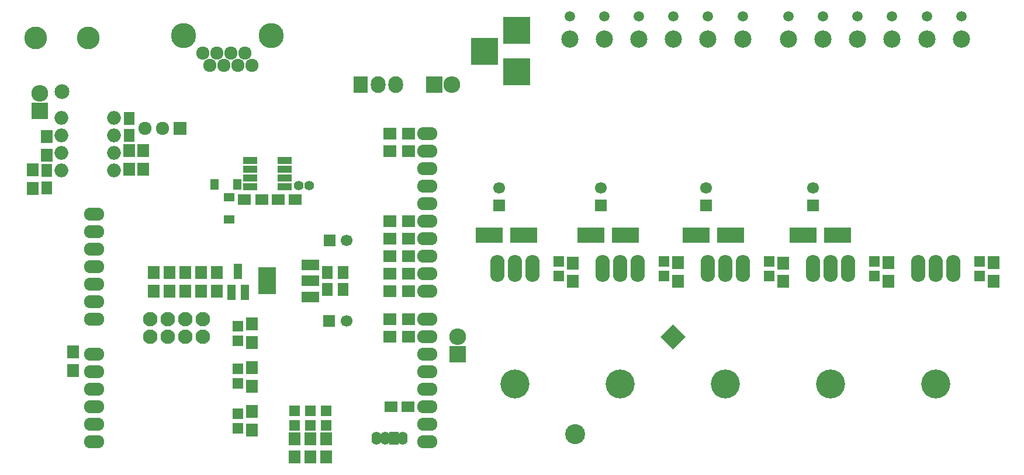
<source format=gbr>
G04 #@! TF.FileFunction,Soldermask,Top*
%FSLAX46Y46*%
G04 Gerber Fmt 4.6, Leading zero omitted, Abs format (unit mm)*
G04 Created by KiCad (PCBNEW 4.0.2+dfsg1-stable) date Mon 18 Jun 2018 02:06:16 PM EDT*
%MOMM*%
G01*
G04 APERTURE LIST*
%ADD10C,0.100000*%
%ADD11C,3.651200*%
%ADD12C,1.924000*%
%ADD13O,2.940000X1.924000*%
%ADD14R,2.127200X2.432000*%
%ADD15O,2.127200X2.432000*%
%ADD16C,2.150000*%
%ADD17C,3.300000*%
%ADD18R,1.598880X1.598880*%
%ADD19R,1.700000X1.900000*%
%ADD20C,2.100000*%
%ADD21C,1.920000*%
%ADD22R,1.920000X1.920000*%
%ADD23R,1.650000X1.900000*%
%ADD24O,2.000000X2.000000*%
%ADD25R,3.900120X3.900120*%
%ADD26C,2.500000*%
%ADD27C,1.500000*%
%ADD28C,1.700000*%
%ADD29R,1.700000X1.700000*%
%ADD30O,2.099260X3.900120*%
%ADD31C,4.199840*%
%ADD32R,2.600000X1.600000*%
%ADD33R,2.600000X3.900000*%
%ADD34C,1.400760*%
%ADD35O,1.400000X1.900000*%
%ADD36R,1.400000X1.900000*%
%ADD37R,1.900000X1.650000*%
%ADD38R,2.000000X1.100000*%
%ADD39R,2.432000X2.432000*%
%ADD40O,2.432000X2.432000*%
%ADD41R,1.900000X1.700000*%
%ADD42R,1.200100X2.200860*%
%ADD43R,3.900120X2.200860*%
%ADD44R,1.310000X1.620000*%
%ADD45R,1.620000X1.310000*%
%ADD46C,2.900000*%
G04 APERTURE END LIST*
D10*
D11*
X57150000Y-60960000D03*
X44450000Y-60960000D03*
D12*
X53340000Y-63500000D03*
X51308000Y-63500000D03*
X49276000Y-63500000D03*
X47244000Y-63500000D03*
X54356000Y-65278000D03*
X52324000Y-65278000D03*
X50292000Y-65278000D03*
X48260000Y-65278000D03*
D13*
X31496000Y-119888000D03*
X31496000Y-117348000D03*
X31496000Y-114808000D03*
X31496000Y-107188000D03*
X31496000Y-109728000D03*
X31496000Y-112268000D03*
X31496000Y-102108000D03*
X31496000Y-99568000D03*
X31496000Y-97028000D03*
X31496000Y-91948000D03*
X31496000Y-89408000D03*
X79756000Y-119888000D03*
X79756000Y-117348000D03*
X79756000Y-114808000D03*
X79756000Y-112268000D03*
X79756000Y-109728000D03*
X79756000Y-107188000D03*
X79756000Y-104648000D03*
X79756000Y-102108000D03*
X79756000Y-98044000D03*
X79756000Y-95504000D03*
X79756000Y-92964000D03*
X79756000Y-90424000D03*
X79756000Y-87884000D03*
X79756000Y-85344000D03*
X79756000Y-82804000D03*
X79756000Y-80264000D03*
X31496000Y-94488000D03*
X79756000Y-77724000D03*
X79756000Y-75184000D03*
X31496000Y-86868000D03*
D14*
X70104000Y-68072000D03*
D15*
X72644000Y-68072000D03*
X75184000Y-68072000D03*
D16*
X26822400Y-69090200D03*
D17*
X30622400Y-61290200D03*
X23022400Y-61290200D03*
D18*
X52324000Y-105189020D03*
X52324000Y-103090980D03*
D19*
X54356000Y-102790000D03*
X54356000Y-105490000D03*
D18*
X52324000Y-109280960D03*
X52324000Y-111379000D03*
D19*
X54356000Y-111840000D03*
X54356000Y-109140000D03*
D20*
X47244000Y-104648000D03*
X47244000Y-102108000D03*
X44704000Y-104648000D03*
X44704000Y-102108000D03*
X42164000Y-104648000D03*
X42164000Y-102108000D03*
X39624000Y-104648000D03*
X39624000Y-102108000D03*
D21*
X41402000Y-74422000D03*
X38862000Y-74422000D03*
D22*
X43942000Y-74422000D03*
D23*
X36576000Y-75418000D03*
X36576000Y-72918000D03*
D19*
X36576000Y-77644000D03*
X36576000Y-80344000D03*
X38608000Y-80344000D03*
X38608000Y-77644000D03*
D24*
X34366200Y-80518000D03*
X34366200Y-77978000D03*
X34366200Y-75438000D03*
X34366200Y-72898000D03*
X26746200Y-72898000D03*
X26746200Y-75438000D03*
X26746200Y-77978000D03*
X26746200Y-80518000D03*
D25*
X92710000Y-66197480D03*
X92710000Y-60198000D03*
X88011000Y-63197740D03*
D26*
X157080000Y-61468000D03*
X152080000Y-61468000D03*
D27*
X157080000Y-58168000D03*
X152080000Y-58168000D03*
D26*
X147080000Y-61468000D03*
X142080000Y-61468000D03*
X137080000Y-61468000D03*
X132080000Y-61468000D03*
D27*
X147080000Y-58168000D03*
X142080000Y-58168000D03*
X137080000Y-58168000D03*
X132080000Y-58168000D03*
D26*
X125410000Y-61468000D03*
X120410000Y-61468000D03*
D27*
X125410000Y-58168000D03*
X120410000Y-58168000D03*
D26*
X115410000Y-61468000D03*
X110410000Y-61468000D03*
X105410000Y-61468000D03*
X100410000Y-61468000D03*
D27*
X115410000Y-58168000D03*
X110410000Y-58168000D03*
X105410000Y-58168000D03*
X100410000Y-58168000D03*
D28*
X120142000Y-83058000D03*
D29*
X120142000Y-85558000D03*
D28*
X104902000Y-83058000D03*
D29*
X104902000Y-85558000D03*
D28*
X90170000Y-83058000D03*
D29*
X90170000Y-85558000D03*
D30*
X153416000Y-94742000D03*
X155956000Y-94742000D03*
X150876000Y-94742000D03*
D31*
X153416000Y-111506000D03*
D30*
X122936000Y-94742000D03*
X125476000Y-94742000D03*
X120396000Y-94742000D03*
D31*
X122936000Y-111506000D03*
D30*
X107696000Y-94742000D03*
X110236000Y-94742000D03*
X105156000Y-94742000D03*
D31*
X107696000Y-111506000D03*
D30*
X92456000Y-94742000D03*
X94996000Y-94742000D03*
X89916000Y-94742000D03*
D31*
X92456000Y-111506000D03*
D28*
X135636000Y-83058000D03*
D29*
X135636000Y-85558000D03*
D30*
X138176000Y-94742000D03*
X140716000Y-94742000D03*
X135636000Y-94742000D03*
D31*
X138176000Y-111506000D03*
D18*
X65082618Y-115376436D03*
X65082618Y-117474476D03*
X62796618Y-115376436D03*
X62796618Y-117474476D03*
X60510618Y-115376436D03*
X60510618Y-117474476D03*
X52324000Y-115790980D03*
X52324000Y-117889020D03*
X159766000Y-95791020D03*
X159766000Y-93692980D03*
X129286000Y-95824040D03*
X129286000Y-93726000D03*
X114046000Y-95791020D03*
X114046000Y-93692980D03*
X98806000Y-95824040D03*
X98806000Y-93726000D03*
X144526000Y-95791020D03*
X144526000Y-93692980D03*
D19*
X65082618Y-119393456D03*
X65082618Y-122093456D03*
X62796618Y-119393456D03*
X62796618Y-122093456D03*
X60510618Y-119393456D03*
X60510618Y-122093456D03*
X54356000Y-118190000D03*
X54356000Y-115490000D03*
X161798000Y-93900000D03*
X161798000Y-96600000D03*
X131318000Y-93916500D03*
X131318000Y-96616500D03*
X116078000Y-93878400D03*
X116078000Y-96578400D03*
X100838000Y-93916500D03*
X100838000Y-96616500D03*
X146558000Y-93900000D03*
X146558000Y-96600000D03*
D28*
X68072000Y-90678000D03*
D29*
X65572000Y-90678000D03*
D28*
X68032000Y-102362000D03*
D29*
X65532000Y-102362000D03*
D32*
X62772840Y-94220000D03*
X62772840Y-96520000D03*
X62772840Y-98820000D03*
D33*
X56572840Y-96520000D03*
D34*
X61137800Y-82727800D03*
X62636400Y-82727800D03*
D35*
X76200000Y-119380000D03*
D36*
X74930000Y-119380000D03*
D35*
X73660000Y-119380000D03*
X72390000Y-119380000D03*
D37*
X60609800Y-84759800D03*
X58109800Y-84759800D03*
D38*
X59030800Y-80314800D03*
X59030800Y-81584800D03*
X59030800Y-79044800D03*
X59030800Y-82854800D03*
X54100800Y-79044800D03*
X54100800Y-80314800D03*
X54100800Y-81584800D03*
X54100800Y-82854800D03*
D23*
X24638000Y-80518000D03*
X24638000Y-83018000D03*
D37*
X55763800Y-84759800D03*
X53263800Y-84759800D03*
X74442000Y-114808000D03*
X76942000Y-114808000D03*
D23*
X67564000Y-95270000D03*
X67564000Y-97770000D03*
X65278000Y-95270000D03*
X65278000Y-97770000D03*
D19*
X46990000Y-97997000D03*
X46990000Y-95297000D03*
X49276000Y-95297000D03*
X49276000Y-97997000D03*
X40132000Y-97997000D03*
X40132000Y-95297000D03*
X42418000Y-95297000D03*
X42418000Y-97997000D03*
X24638000Y-75612000D03*
X24638000Y-78312000D03*
X22606000Y-83138000D03*
X22606000Y-80438000D03*
D39*
X80772000Y-68072000D03*
D40*
X83312000Y-68072000D03*
D41*
X77042000Y-75184000D03*
X74342000Y-75184000D03*
X77042000Y-77724000D03*
X74342000Y-77724000D03*
D19*
X28448000Y-109554000D03*
X28448000Y-106854000D03*
D41*
X74342000Y-95504000D03*
X77042000Y-95504000D03*
X74342000Y-92964000D03*
X77042000Y-92964000D03*
X74342000Y-90424000D03*
X77042000Y-90424000D03*
X74342000Y-87884000D03*
X77042000Y-87884000D03*
D19*
X44704000Y-95297000D03*
X44704000Y-97997000D03*
D41*
X77042000Y-102108000D03*
X74342000Y-102108000D03*
X77042000Y-104648000D03*
X74342000Y-104648000D03*
X74342000Y-98044000D03*
X77042000Y-98044000D03*
D42*
X51374000Y-98148140D03*
X53274000Y-98148140D03*
X52324000Y-95145860D03*
D43*
X134193280Y-89916000D03*
X139192000Y-89916000D03*
X118699280Y-89916000D03*
X123698000Y-89916000D03*
X103459280Y-89916000D03*
X108458000Y-89916000D03*
X88727280Y-89916000D03*
X93726000Y-89916000D03*
D39*
X84124800Y-107188000D03*
D40*
X84124800Y-104648000D03*
D39*
X23622000Y-71882000D03*
D40*
X23622000Y-69342000D03*
D44*
X52181000Y-82550000D03*
X48911000Y-82550000D03*
D45*
X51054000Y-84344000D03*
X51054000Y-87614000D03*
D10*
G36*
X115316000Y-102830736D02*
X117133264Y-104648000D01*
X115316000Y-106465264D01*
X113498736Y-104648000D01*
X115316000Y-102830736D01*
X115316000Y-102830736D01*
G37*
D46*
X101173864Y-118790136D03*
M02*

</source>
